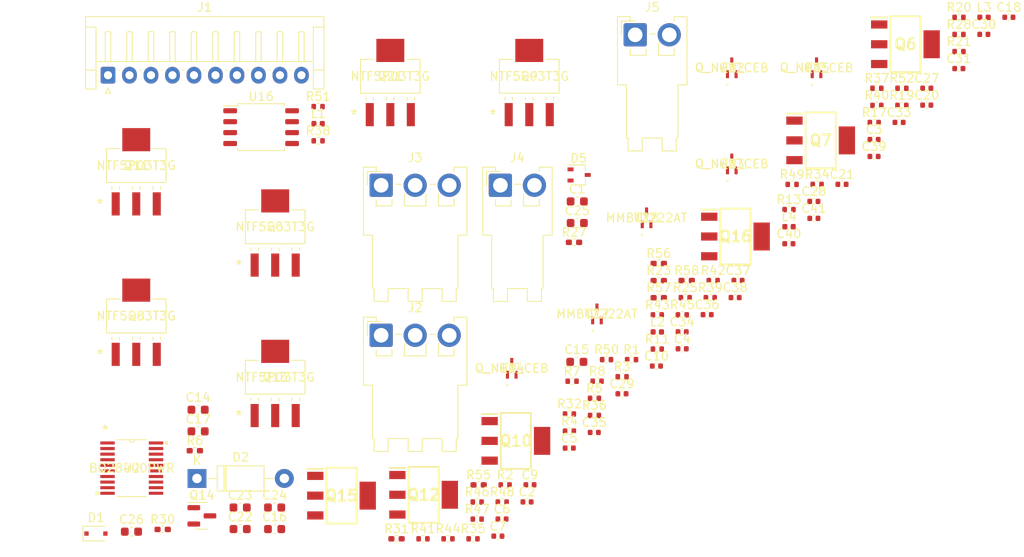
<source format=kicad_pcb>
(kicad_pcb (version 20211014) (generator pcbnew)
  (layers (0 "F.Cu" signal) (1 "In1.Cu" signal) (2 "In2.Cu" signal) (31 "B.Cu" signal) (34 "B.Paste" user) (35 "F.Paste" user) (36 "B.SilkS" user "B.Silkscreen") (37 "F.SilkS" user "F.Silkscreen") (38 "B.Mask" user) (39 "F.Mask" user) (44 "Edge.Cuts" user))
  (net 0 "")
  (net 1 "Net-(C1-Pad1)")
  (net 2 "GND")
  (net 3 "Net-(C2-Pad1)")
  (net 4 "Net-(C2-Pad2)")
  (net 5 "Net-(C3-Pad1)")
  (net 6 "Net-(C4-Pad1)")
  (net 7 "Net-(C6-Pad1)")
  (net 8 "Net-(C7-Pad1)")
  (net 9 "Net-(C7-Pad2)")
  (net 10 "Net-(C9-Pad1)")
  (net 11 "Net-(C10-Pad1)")
  (net 12 "+3V3")
  (net 13 "inhibit_out")
  (net 14 "Net-(C18-Pad1)")
  (net 15 "Net-(C18-Pad2)")
  (net 16 "Net-(C20-Pad1)")
  (net 17 "Net-(C21-Pad1)")
  (net 18 "Net-(C22-Pad1)")
  (net 19 "Net-(C22-Pad2)")
  (net 20 "+5V")
  (net 21 "Net-(C24-Pad1)")
  (net 22 "VCHG")
  (net 23 "/XIN")
  (net 24 "Net-(C28-Pad1)")
  (net 25 "+1V1")
  (net 26 "+3.3V")
  (net 27 "Net-(D1-Pad1)")
  (net 28 "VBatt")
  (net 29 "Net-(D2-Pad1)")
  (net 30 "VSolar")
  (net 32 "RBF")
  (net 33 "F4")
  (net 34 "F3")
  (net 35 "F2")
  (net 36 "F1")
  (net 37 "Heat Pad")
  (net 38 "Net-(J2-Pad3)")
  (net 39 "Burn WIre")
  (net 40 "Net-(J3-Pad3)")
  (net 41 "/SWD")
  (net 42 "/SWCLK")
  (net 43 "/~{USB_BOOT}")
  (net 44 "Net-(IC4-Pad8)")
  (net 45 "Net-(Q12-Pad2)")
  (net 50 "Net-(Q11-Pad2)")
  (net 58 "Net-(IC4-Pad14)")
  (net 61 "BurnRelay2")
  (net 62 "Net-(D3-Pad2)")
  (net 63 "BurnRelay1")
  (net 64 "Net-(D4-Pad2)")
  (net 66 "Net-(IC6-Pad7)")
  (net 67 "Net-(Q22-Pad3)")
  (net 68 "Net-(Q24-Pad3)")
  (net 69 "Net-(Q25-Pad3)")
  (net 70 "/Batt2+")
  (net 71 "VBatt_SENSE")
  (net 72 "Net-(IC4-Pad16)")
  (net 73 "Net-(R7-Pad2)")
  (net 74 "/Batt1+")
  (net 75 "Net-(R8-Pad2)")
  (net 76 "Net-(IC4-Pad6)")
  (net 77 "Net-(IC4-Pad11)")
  (net 78 "Net-(IC4-Pad10)")
  (net 79 "Net-(IC4-Pad13)")
  (net 80 "Net-(IC4-Pad15)")
  (net 81 "Net-(IC6-Pad2)")
  (net 82 "Net-(IC6-Pad6)")
  (net 83 "VBUS_RESET")
  (net 84 "EN_Burn1")
  (net 85 "EN_Burn2")
  (net 86 "Net-(Q19-Pad1)")
  (net 87 "Net-(Q20-Pad1)")
  (net 88 "Net-(K2-Pad2)")
  (net 89 "Net-(Q19-Pad3)")
  (net 90 "Net-(K1-Pad2)")
  (net 91 "Net-(Q20-Pad3)")
  (net 92 "/XOUT")
  (net 93 "/QSPI_SS")
  (net 94 "/USB_D+")
  (net 95 "Net-(R56-Pad2)")
  (net 96 "/USB_D-")
  (net 97 "Net-(R57-Pad2)")
  (net 99 "/Batt1-")
  (net 102 "SCL_I2C_1")
  (net 108 "/QSPI_SD1")
  (net 109 "/QSPI_SD2")
  (net 110 "/QSPI_SD0")
  (net 111 "/QSPI_SCLK")
  (net 112 "/QSPI_SD3")
  (footprint "Capacitor_SMD:C_0402_1005Metric" (layer "F.Cu") (at 94.35 57.595)
    (fp_text reference "C34" (at 0 -1.16) (layer "F.SilkS"))
    (fp_text value "1u")
    (pad "1" smd roundrect (at -0.48 0) (size 0.56 0.62) (layers "F.Cu" "F.Paste" "F.Mask") (net 26 "+3.3V"))
    (pad "2" smd roundrect (at 0.48 0) (size 0.56 0.62) (layers "F.Cu" "F.Paste" "F.Mask") (net 2 "GND"))
  )
  (footprint "Resistor_SMD:R_0402_1005Metric_Pad0.72x0.64mm_HandSolder" (layer "F.Cu") (at 33.93 80.575)
    (fp_text reference "R30" (at 0 -1.17) (layer "F.SilkS"))
    (fp_text value "100k")
    (pad "1" smd roundrect (at -0.5975 0) (size 0.715 0.64) (layers "F.Cu" "F.Paste" "F.Mask") (net 35 "F2"))
    (pad "2" smd roundrect (at 0.5975 0) (size 0.715 0.64) (layers "F.Cu" "F.Paste" "F.Mask") (net 2 "GND"))
  )
  (footprint "Resistor_SMD:R_0402_1005Metric" (layer "F.Cu") (at 91.46 59.595)
    (fp_text reference "R11" (at 0 -1.17) (layer "F.SilkS"))
    (fp_text value "715k")
    (pad "1" smd roundrect (at -0.51 0) (size 0.54 0.64) (layers "F.Cu" "F.Paste" "F.Mask") (net 1 "Net-(C1-Pad1)"))
    (pad "2" smd roundrect (at 0.51 0) (size 0.54 0.64) (layers "F.Cu" "F.Paste" "F.Mask") (net 76 "Net-(IC4-Pad6)"))
  )
  (footprint "Capacitor_SMD:C_0603_1608Metric" (layer "F.Cu") (at 82.15 42.425)
    (fp_text reference "C1" (at 0 -1.43) (layer "F.SilkS"))
    (fp_text value "10uF")
    (pad "1" smd roundrect (at -0.775 0) (size 0.9 0.95) (layers "F.Cu" "F.Paste" "F.Mask") (net 1 "Net-(C1-Pad1)"))
    (pad "2" smd roundrect (at 0.775 0) (size 0.9 0.95) (layers "F.Cu" "F.Paste" "F.Mask") (net 2 "GND"))
  )
  (footprint "Resistor_SMD:R_0402_1005Metric" (layer "F.Cu") (at 91.46 55.615)
    (fp_text reference "R43" (at 0 -1.17) (layer "F.SilkS"))
    (fp_text value "10k")
    (pad "1" smd roundrect (at -0.51 0) (size 0.54 0.64) (layers "F.Cu" "F.Paste" "F.Mask") (net 61 "BurnRelay2"))
    (pad "2" smd roundrect (at 0.51 0) (size 0.54 0.64) (layers "F.Cu" "F.Paste" "F.Mask") (net 2 "GND"))
  )
  (footprint "Resistor_SMD:R_0402_1005Metric" (layer "F.Cu") (at 87.37 62.815)
    (fp_text reference "R3" (at 0 -1.17) (layer "F.SilkS"))
    (fp_text value "1k")
    (pad "1" smd roundrect (at -0.51 0) (size 0.54 0.64) (layers "F.Cu" "F.Paste" "F.Mask") (net 13 "inhibit_out"))
    (pad "2" smd roundrect (at 0.51 0) (size 0.54 0.64) (layers "F.Cu" "F.Paste" "F.Mask") (net 28 "VBatt"))
  )
  (footprint "Resistor_SMD:R_0402_1005Metric" (layer "F.Cu") (at 73.76 75.395)
    (fp_text reference "R2" (at 0 -1.17) (layer "F.SilkS"))
    (fp_text value "0.1")
    (pad "1" smd roundrect (at -0.51 0) (size 0.54 0.64) (layers "F.Cu" "F.Paste" "F.Mask") (net 71 "VBatt_SENSE"))
    (pad "2" smd roundrect (at 0.51 0) (size 0.54 0.64) (layers "F.Cu" "F.Paste" "F.Mask") (net 28 "VBatt"))
  )
  (footprint "Connector_JST:JST_VH_S2P-VH_1x02_P3.96mm_Horizontal" (layer "F.Cu") (at 73.21 40.545)
    (fp_text reference "J4" (at 1.98 -3.2) (layer "F.SilkS"))
    (fp_text value "Conn_01x02")
    (pad "1" thru_hole roundrect (at 0 0) (size 2.7 2.7) (drill 1.7) (layers *.Cu *.Mask) (roundrect_rratio 0.092593) (net 41 "/SWD"))
    (pad "2" thru_hole circle (at 3.96 0) (size 2.7 2.7) (drill 1.7) (layers *.Cu *.Mask) (net 42 "/SWCLK"))
  )
  (footprint "Resistor_SMD:R_0402_1005Metric" (layer "F.Cu") (at 70.51 79.375)
    (fp_text reference "R47" (at 0 -1.17) (layer "F.SilkS"))
    (fp_text value "10k")
    (pad "1" smd roundrect (at -0.51 0) (size 0.54 0.64) (layers "F.Cu" "F.Paste" "F.Mask") (net 85 "EN_Burn2"))
    (pad "2" smd roundrect (at 0.51 0) (size 0.54 0.64) (layers "F.Cu" "F.Paste" "F.Mask") (net 2 "GND"))
  )
  (footprint "Resistor_SMD:R_0402_1005Metric" (layer "F.Cu") (at 84.15 65.325)
    (fp_text reference "R5" (at 0 -1.17) (layer "F.SilkS"))
    (fp_text value "536k")
    (pad "1" smd roundrect (at -0.51 0) (size 0.54 0.64) (layers "F.Cu" "F.Paste" "F.Mask") (net 1 "Net-(C1-Pad1)"))
    (pad "2" smd roundrect (at 0.51 0) (size 0.54 0.64) (layers "F.Cu" "F.Paste" "F.Mask") (net 72 "Net-(IC4-Pad16)"))
  )
  (footprint "Capacitor_SMD:C_0402_1005Metric" (layer "F.Cu") (at 129.44 22.995)
    (fp_text reference "C30" (at 0 -1.16) (layer "F.SilkS"))
    (fp_text value "100n")
    (pad "1" smd roundrect (at -0.48 0) (size 0.56 0.62) (layers "F.Cu" "F.Paste" "F.Mask") (net 25 "+1V1"))
    (pad "2" smd roundrect (at 0.48 0) (size 0.56 0.62) (layers "F.Cu" "F.Paste" "F.Mask") (net 2 "GND"))
  )
  (footprint "Capacitor_SMD:C_0402_1005Metric" (layer "F.Cu") (at 109.67 44.395)
    (fp_text reference "C41" (at 0 -1.16) (layer "F.SilkS"))
    (fp_text value "100n")
    (pad "1" smd roundrect (at -0.48 0) (size 0.56 0.62) (layers "F.Cu" "F.Paste" "F.Mask") (net 26 "+3.3V"))
    (pad "2" smd roundrect (at 0.48 0) (size 0.56 0.62) (layers "F.Cu" "F.Paste" "F.Mask") (net 2 "GND"))
  )
  (footprint "Resistor_SMD:R_0402_1005Metric_Pad0.72x0.64mm_HandSolder" (layer "F.Cu") (at 61.13 81.665)
    (fp_text reference "R31" (at 0 -1.17) (layer "F.SilkS"))
    (fp_text value "100k")
    (pad "1" smd roundrect (at -0.5975 0) (size 0.715 0.64) (layers "F.Cu" "F.Paste" "F.Mask") (net 33 "F4"))
    (pad "2" smd roundrect (at 0.5975 0) (size 0.715 0.64) (layers "F.Cu" "F.Paste" "F.Mask") (net 2 "GND"))
  )
  (footprint "Resistor_SMD:R_0402_1005Metric" (layer "F.Cu") (at 64.21 81.665)
    (fp_text reference "R41" (at 0 -1.17) (layer "F.SilkS"))
    (fp_text value "10k")
    (pad "1" smd roundrect (at -0.51 0) (size 0.54 0.64) (layers "F.Cu" "F.Paste" "F.Mask") (net 28 "VBatt"))
    (pad "2" smd roundrect (at 0.51 0) (size 0.54 0.64) (layers "F.Cu" "F.Paste" "F.Mask") (net 19 "Net-(C22-Pad2)"))
  )
  (footprint "Resistor_SMD:R_0402_1005Metric" (layer "F.Cu") (at 126.55 21.015)
    (fp_text reference "R20" (at 0 -1.17) (layer "F.SilkS"))
    (fp_text value "3.01k")
    (pad "1" smd roundrect (at -0.51 0) (size 0.54 0.64) (layers "F.Cu" "F.Paste" "F.Mask") (net 79 "Net-(IC4-Pad13)"))
    (pad "2" smd roundrect (at 0.51 0) (size 0.54 0.64) (layers "F.Cu" "F.Paste" "F.Mask") (net 2 "GND"))
  )
  (footprint "Resistor_SMD:R_0402_1005Metric" (layer "F.Cu") (at 117 31.255)
    (fp_text reference "R40" (at 0 -1.17) (layer "F.SilkS"))
    (fp_text value "20k")
    (pad "1" smd roundrect (at -0.51 0) (size 0.54 0.64) (layers "F.Cu" "F.Paste" "F.Mask") (net 18 "Net-(C22-Pad1)"))
    (pad "2" smd roundrect (at 0.51 0) (size 0.54 0.64) (layers "F.Cu" "F.Paste" "F.Mask") (net 28 "VBatt"))
  )
  (footprint "NTF5P03T3G:NTF5P03T3G" (layer "F.Cu") (at 47.0161 45.3725)
    (fp_text reference "Q5" (at 0 0) (layer "F.SilkS"))
    (fp_text value "NTF5P03T3G" (at 0 0) (layer "F.SilkS"))
    (fp_text user "*" (at -4.2164 4.4577) (layer "F.SilkS"))
    (fp_text user "*" (at -4.2164 4.4577) (layer "F.SilkS"))
    (pad "1" smd rect locked (at -2.3876 4.4577) (size 0.9398 2.6924) (layers "F.Cu" "F.Paste" "F.Mask") (net 32 "RBF"))
    (pad "2" smd rect locked (at 0 4.4577) (size 0.9398 2.6924) (layers "F.Cu" "F.Paste" "F.Mask") (net 45 "Net-(Q12-Pad2)"))
    (pad "3" smd rect locked (at 2.3876 4.4577) (size 0.9398 2.6924) (layers "F.Cu" "F.Paste" "F.Mask") (net 33 "F4"))
    (pad "4" smd rect locked (at 0 -3.0099) (size 3.2512 2.6924) (layers "F.Cu" "F.Paste" "F.Mask"))
  )
  (footprint "Resistor_SMD:R_0402_1005Metric_Pad0.72x0.64mm_HandSolder" (layer "F.Cu") (at 91.63 53.625)
    (fp_text reference "R57" (at 0 -1.17) (layer "F.SilkS"))
    (fp_text value "27")
    (pad "1" smd roundrect (at -0.5975 0) (size 0.715 0.64) (layers "F.Cu" "F.Paste" "F.Mask") (net 96 "/USB_D-"))
    (pad "2" smd roundrect (at 0.5975 0) (size 0.715 0.64) (layers "F.Cu" "F.Paste" "F.Mask") (net 97 "Net-(R57-Pad2)"))
  )
  (footprint "Resistor_SMD:R_0402_1005Metric" (layer "F.Cu") (at 126.55 24.995)
    (fp_text reference "R21" (at 0 -1.17) (layer "F.SilkS"))
    (fp_text value "2.1M")
    (pad "1" smd roundrect (at -0.51 0) (size 0.54 0.64) (layers "F.Cu" "F.Paste" "F.Mask") (net 78 "Net-(IC4-Pad10)"))
    (pad "2" smd roundrect (at 0.51 0) (size 0.54 0.64) (layers "F.Cu" "F.Paste" "F.Mask") (net 11 "Net-(C10-Pad1)"))
  )
  (footprint "Capacitor_SMD:C_0402_1005Metric" (layer "F.Cu") (at 81.22 71.115)
    (fp_text reference "C5" (at 0 -1.16) (layer "F.SilkS"))
    (fp_text value ".1u")
    (pad "1" smd roundrect (at -0.48 0) (size 0.56 0.62) (layers "F.Cu" "F.Paste" "F.Mask") (net 6 "Net-(C4-Pad1)"))
    (pad "2" smd roundrect (at 0.48 0) (size 0.56 0.62) (layers "F.Cu" "F.Paste" "F.Mask") (net 5 "Net-(C3-Pad1)"))
  )
  (footprint "Resistor_SMD:R_0402_1005Metric" (layer "F.Cu") (at 85.56 60.825)
    (fp_text reference "R50" (at 0 -1.17) (layer "F.SilkS"))
    (fp_text value "100k")
    (pad "1" smd roundrect (at -0.51 0) (size 0.54 0.64) (layers "F.Cu" "F.Paste" "F.Mask") (net 88 "Net-(K2-Pad2)"))
    (pad "2" smd roundrect (at 0.51 0) (size 0.54 0.64) (layers "F.Cu" "F.Paste" "F.Mask") (net 89 "Net-(Q19-Pad3)"))
  )
  (footprint "NTF5P03T3G:NTF5P03T3G" (layer "F.Cu") (at 30.8561 38.2525)
    (fp_text reference "Q11" (at 0 0) (layer "F.SilkS"))
    (fp_text value "NTF5P03T3G" (at 0 0) (layer "F.SilkS"))
    (fp_text user "*" (at -4.2164 4.4577) (layer "F.SilkS"))
    (fp_text user "*" (at -4.2164 4.4577) (layer "F.SilkS"))
    (pad "1" smd rect locked (at -2.3876 4.4577) (size 0.9398 2.6924) (layers "F.Cu" "F.Paste" "F.Mask") (net 35 "F2"))
    (pad "2" smd rect locked (at 0 4.4577) (size 0.9398 2.6924) (layers "F.Cu" "F.Paste" "F.Mask") (net 50 "Net-(Q11-Pad2)"))
    (pad "3" smd rect locked (at 2.3876 4.4577) (size 0.9398 2.6924) (layers "F.Cu" "F.Paste" "F.Mask") (net 28 "VBatt"))
    (pad "4" smd rect locked (at 0 -3.0099) (size 3.2512 2.6924) (layers "F.Cu" "F.Paste" "F.Mask"))
  )
  (footprint "Inductor_SMD:L_0402_1005Metric" (layer "F.Cu") (at 106.78 45.365)
    (fp_text reference "L4" (at 0 -1.17) (layer "F.SilkS"))
    (fp_text value "330u")
    (pad "1" smd roundrect (at -0.485 0) (size 0.59 0.64) (layers "F.Cu" "F.Paste" "F.Mask") (net 21 "Net-(C24-Pad1)"))
    (pad "2" smd roundrect (at 0.485 0) (size 0.59 0.64) (layers "F.Cu" "F.Paste" "F.Mask") (net 29 "Net-(D2-Pad1)"))
  )
  (footprint "IRLL024NTRPBF:SOT230P700X180-4N" (layer "F.Cu") (at 64.28 76.545)
    (fp_text reference "Q12" (at 0 0) (layer "F.SilkS") (effects (font (size 1.27 1.27) (thickness 0.254))))
    (fp_text value "IRLL024NTRPBF" hide)
    (pad "1" smd rect locked (at -3.05 -2.3 90) (size 0.95 1.9) (layers "F.Cu" "F.Paste" "F.Mask") (net 35 "F2"))
    (pad "2" smd rect locked (at -3.05 0 90) (size 0.95 1.9) (layers "F.Cu" "F.Paste" "F.Mask") (net 45 "Net-(Q12-Pad2)"))
    (pad "3" smd rect locked (at -3.05 2.3 90) (size 0.95 1.9) (layers "F.Cu" "F.Paste" "F.Mask") (net 33 "F4"))
    (pad "4" smd rect locked (at 3.05 0) (size 1.9 3.25) (layers "F.Cu" "F.Paste" "F.Mask"))
  )
  (footprint "MMBT2222AT:MMBT2222ATT1G" (layer "F.Cu") (at 100.1215 38.0619)
    (fp_text reference "Q23" (at 0 0) (layer "F.SilkS"))
    (fp_text value "Q_NPN_CEB" (at 0 0) (layer "F.SilkS"))
    (fp_text user "*" (at 0 0) (layer "F.SilkS"))
    (pad "1" smd rect locked (at -0.499999 0.7493) (size 0.3556 0.9144) (layers "F.Cu" "F.Paste" "F.Mask") (net 67 "Net-(Q22-Pad3)"))
    (pad "2" smd rect locked (at 0.499999 0.7493) (size 0.3556 0.9144) (layers "F.Cu" "F.Paste" "F.Mask") (net 2 "GND"))
    (pad "3" smd rect locked (at 0 -0.7493) (size 0.3556 0.9144) (layers "F.Cu" "F.Paste" "F.Mask") (net 18 "Net-(C22-Pad1)"))
  )
  (footprint "Resistor_SMD:R_0402_1005Metric" (layer "F.Cu") (at 67.12 81.665)
    (fp_text reference "R44" (at 0 -1.17) (layer "F.SilkS"))
    (fp_text value "107k")
    (pad "1" smd roundrect (at -0.51 0) (size 0.54 0.64) (layers "F.Cu" "F.Paste" "F.Mask") (net 22 "VCHG"))
    (pad "2" smd roundrect (at 0.51 0) (size 0.54 0.64) (layers "F.Cu" "F.Paste" "F.Mask") (net 58 "Net-(IC4-Pad14)"))
  )
  (footprint "Capacitor_SMD:C_0402_1005Metric" (layer "F.Cu") (at 106.76 47.345)
    (fp_text reference "C40" (at 0 -1.16) (layer "F.SilkS"))
    (fp_text value "100n")
    (pad "1" smd roundrect (at -0.48 0) (size 0.56 0.62) (layers "F.Cu" "F.Paste" "F.Mask") (net 26 "+3.3V"))
    (pad "2" smd roundrect (at 0.48 0) (size 0.56 0.62) (layers "F.Cu" "F.Paste" "F.Mask") (net 2 "GND"))
  )
  (footprint "Resistor_SMD:R_0402_1005Metric" (layer "F.Cu") (at 52.01 35.375)
    (fp_text reference "R38" (at 0 -1.17) (layer "F.SilkS"))
    (fp_text value "10k")
    (pad "1" smd roundrect (at -0.51 0) (size 0.54 0.64) (layers "F.Cu" "F.Paste" "F.Mask") (net 28 "VBatt"))
    (pad "2" smd roundrect (at 0.51 0) (size 0.54 0.64) (layers "F.Cu" "F.Paste" "F.Mask") (net 67 "Net-(Q22-Pad3)"))
  )
  (footprint "Resistor_SMD:R_0402_1005Metric" (layer "F.Cu") (at 52.01 31.395)
    (fp_text reference "R51" (at 0 -1.17) (layer "F.SilkS"))
    (fp_text value "100k")
    (pad "1" smd roundrect (at -0.51 0) (size 0.54 0.64) (layers "F.Cu" "F.Paste" "F.Mask") (net 90 "Net-(K1-Pad2)"))
    (pad "2" smd roundrect (at 0.51 0) (size 0.54 0.64) (layers "F.Cu" "F.Paste" "F.Mask") (net 91 "Net-(Q20-Pad3)"))
  )
  (footprint "Inductor_SMD:L_0402_1005Metric" (layer "F.Cu") (at 52.01 33.385)
    (fp_text reference "L1" (at 0 -1.17) (layer "F.SilkS"))
    (fp_text value "33u")
    (pad "1" smd roundrect (at -0.485 0) (size 0.59 0.64) (layers "F.Cu" "F.Paste" "F.Mask") (net 44 "Net-(IC4-Pad8)"))
    (pad "2" smd roundrect (at 0.485 0) (size 0.59 0.64) (layers "F.Cu" "F.Paste" "F.Mask") (net 4 "Net-(C2-Pad2)"))
  )
  (footprint "NTF5P03T3G:NTF5P03T3G" (layer "F.Cu") (at 47.0161 62.8725)
    (fp_text reference "Q13" (at 0 0) (layer "F.SilkS"))
    (fp_text value "NTF5P03T3G" (at 0 0) (layer "F.SilkS"))
    (fp_text user "*" (at -4.2164 4.4577) (layer "F.SilkS"))
    (fp_text user "*" (at -4.2164 4.4577) (layer "F.SilkS"))
    (pad "1" smd rect locked (at -2.3876 4.4577) (size 0.9398 2.6924) (layers "F.Cu" "F.Paste" "F.Mask") (net 33 "F4"))
    (pad "2" smd rect locked (at 0 4.4577) (size 0.9398 2.6924) (layers "F.Cu" "F.Paste" "F.Mask") (net 33 "F4"))
    (pad "3" smd rect locked (at 2.3876 4.4577) (size 0.9398 2.6924) (layers "F.Cu" "F.Paste" "F.Mask") (net 50 "Net-(Q11-Pad2)"))
    (pad "4" smd rect locked (at 0 -3.0099) (size 3.2512 2.6924) (layers "F.Cu" "F.Paste" "F.Mask"))
  )
  (footprint "Resistor_SMD:R_0402_1005Metric" (layer "F.Cu") (at 88.47 60.825)
    (fp_text reference "R1" (at 0 -1.17) (layer "F.SilkS"))
    (fp_text value "100")
    (pad "1" smd roundrect (at -0.51 0) (size 0.54 0.64) (layers "F.Cu" "F.Paste" "F.Mask") (net 70 "/Batt2+"))
    (pad "2" smd roundrect (at 0.51 0) (size 0.54 0.64) (layers "F.Cu" "F.Paste" "F.Mask") (net 5 "Net-(C3-Pad1)"))
  )
  (footprint "Capacitor_SMD:C_0402_1005Metric" (layer "F.Cu") (at 87.35 64.795)
    (fp_text reference "C29" (at 0 -1.16) (layer "F.SilkS"))
    (fp_text value "100n")
    (pad "1" smd roundrect (at -0.48 0) (size 0.56 0.62) (layers "F.Cu" "F.Paste" "F.Mask") (net 25 "+1V1"))
    (pad "2" smd roundrect (at 0.48 0) (size 0.56 0.62) (layers "F.Cu" "F.Paste" "F.Mask") (net 2 "GND"))
  )
  (footprint "Package_TO_SOT_SMD:SOT-23" (layer "F.Cu") (at 38.49 78.995)
    (fp_text reference "Q14" (at 0 -2.4) (layer "F.SilkS"))
    (fp_text value "Si2319CDS")
    (pad "1" smd roundrect (at -0.9375 -0.95) (size 1.475 0.6) (layers "F.Cu" "F.Paste" "F.Mask") (net 58 "Net-(IC4-Pad14)"))
    (pad "2" smd roundrect (at -0.9375 0.95) (size 1.475 0.6) (layers "F.Cu" "F.Paste" "F.Mask") (net 22 "VCHG"))
    (pad "3" smd roundrect (at 0.9375 0) (size 1.475 0.6) (layers "F.Cu" "F.Paste" "F.Mask") (net 11 "Net-(C10-Pad1)"))
  )
  (footprint "IRLL024NTRPBF:SOT230P700X180-4N" (layer "F.Cu") (at 54.73 76.645)
    (fp_text reference "Q15" (at 0 0) (layer "F.SilkS") (effects (font (size 1.27 1.27) (thickness 0.254))))
    (fp_text value "IRLL024NTRPBF" hide)
    (pad "1" smd rect locked (at -3.05 -2.3 90) (size 0.95 1.9) (layers "F.Cu" "F.Paste" "F.Mask") (net 32 "RBF"))
    (pad "2" smd rect locked (at -3.05 0 90) (size 0.95 1.9) (layers "F.Cu" "F.Paste" "F.Mask") (net 45 "Net-(Q12-Pad2)"))
    (pad "3" smd rect locked (at -3.05 2.3 90) (size 0.95 1.9) (layers "F.Cu" "F.Paste" "F.Mask") (net 2 "GND"))
    (pad "4" smd rect locked (at 3.05 0) (size 1.9 3.25) (layers "F.Cu" "F.Paste" "F.Mask"))
  )
  (footprint "Capacitor_SMD:C_0603_1608Metric" (layer "F.Cu") (at 38.05 69.165)
    (fp_text reference "C17" (at 0 -1.43) (layer "F.SilkS"))
    (fp_text value "10u")
    (pad "1" smd roundrect (at -0.775 0) (size 0.9 0.95) (layers "F.Cu" "F.Paste" "F.Mask") (net 13 "inhibit_out"))
    (pad "2" smd roundrect (at 0.775 0) (size 0.9 0.95) (layers "F.Cu" "F.Paste" "F.Mask") (net 2 "GND"))
  )
  (footprint "Capacitor_SMD:C_0402_1005Metric" (layer "F.Cu") (at 76.65 75.385)
    (fp_text reference "C9" (at 0 -1.16) (layer "F.SilkS"))
    (fp_text value "3.3n")
    (pad "1" smd roundrect (at -0.48 0) (size 0.56 0.62) (layers "F.Cu" "F.Paste" "F.Mask") (net 10 "Net-(C9-Pad1)"))
    (pad "2" smd roundrect (at 0.48 0) (size 0.56 0.62) (layers "F.Cu" "F.Paste" "F.Mask") (net 2 "GND"))
  )
  (footprint "Resistor_SMD:R_0402_1005Metric" (layer "F.Cu") (at 94.71 53.615)
    (fp_text reference "R25" (at 0 -1.17) (layer "F.SilkS"))
    (fp_text value "107k")
    (pad "1" smd roundrect (at -0.51 0) (size 0.54 0.64) (layers "F.Cu" "F.Paste" "F.Mask") (net 8 "Net-(C7-Pad1)"))
    (pad "2" smd roundrect (at 0.51 0) (size 0.54 0.64) (layers "F.Cu" "F.Paste" "F.Mask") (net 72 "Net-(IC4-Pad16)"))
  )
  (footprint "Package_TO_SOT_SMD:SOT-323_SC-70" (layer "F.Cu") (at 82.37 39.345)
    (fp_text reference "D5" (at -0.05 -1.95) (layer "F.SilkS"))
    (fp_text value "BAT54W")
    (pad "1" smd rect (at -1 -0.65 270) (size 0.45 0.7) (layers "F.Cu" "F.Paste" "F.Mask") (net 30 "VSolar"))
    (pad "2" smd rect (at -1 0.65 270) (size 0.45 0.7) (layers "F.Cu" "F.Paste" "F.Mask"))
    (pad "3" smd rect (at 1 0 270) (size 0.45 0.7) (layers "F.Cu" "F.Paste" "F.Mask") (net 1 "Net-(C1-Pad1)"))
  )
  (footprint "Resistor_SMD:R_0402_1005Metric_Pad0.72x0.64mm_HandSolder" (layer "F.Cu") (at 81.77 47.185)
    (fp_text reference "R27" (at 0 -1.17) (layer "F.SilkS"))
    (fp_text value "100k")
    (pad "1" smd roundrect (at -0.5975 0) (size 0.715 0.64) (layers "F.Cu" "F.Paste" "F.Mask") (net 36 "F1"))
    (pad "2" smd roundrect (at 0.5975 0) (size 0.715 0.64) (layers "F.Cu" "F.Paste" "F.Mask") (net 2 "GND"))
  )
  (footprint "IRLL024NTRPBF:SOT230P700X180-4N" (layer "F.Cu") (at 100.55 46.505)
    (fp_text reference "Q16" (at 0 0) (layer "F.SilkS") (effects (font (size 1.27 1.27) (thickness 0.254))))
    (fp_text value "IRLL024NTRPBF" hide)
    (pad "1" smd rect locked (at -3.05 -2.3 90) (size 0.95 1.9) (layers "F.Cu" "F.Paste" "F.Mask") (net 45 "Net-(Q12-Pad2)"))
    (pad "2" smd rect locked (at -3.05 0 90) (size 0.95 1.9) (layers "F.Cu" "F.Paste" "F.Mask") (net 13 "inhibit_out"))
    (pad "3" smd rect locked (at -3.05 2.3 90) (size 0.95 1.9) (layers "F.Cu" "F.Paste" "F.Mask") (net 2 "GND"))
    (pad "4" smd rect locked (at 3.05 0) (size 1.9 3.25) (layers "F.Cu" "F.Paste" "F.Mask"))
  )
  (footprint "Resistor_SMD:R_0402_1005Metric" (layer "F.Cu") (at 97.62 53.615)
    (fp_text reference "R39" (at 0 -1.17) (layer "F.SilkS"))
    (fp_text value "20k")
    (pad "1" smd roundrect (at -0.51 0) (size 0.54 0.64) (layers "F.Cu" "F.Paste" "F.Mask") (net 67 "Net-(Q22-Pad3)"))
    (pad "2" smd roundrect (at 0.51 0) (size 0.54 0.64) (layers "F.Cu" "F.Paste" "F.Mask") (net 68 "Net-(Q24-Pad3)"))
  )
  (footprint "Capacitor_SMD:C_0402_1005Metric" (layer "F.Cu") (at 84.13 69.295)
    (fp_text reference "C35" (at 0 -1.16) (layer "F.SilkS"))
    (fp_text value "100n")
    (pad "1" smd roundrect (at -0.48 0) (size 0.56 0.62) (layers "F.Cu" "F.Paste" "F.Mask") (net 26 "+3.3V"))
    (pad "2" smd roundrect (at 0.48 0) (size 0.56 0.62) (layers "F.Cu" "F.Paste" "F.Mask") (net 2 "GND"))
  )
  (footprint "Resistor_SMD:R_0402_1005Metric" (layer "F.Cu") (at 119.91 31.255)
    (fp_text reference "R19" (at 0 -1.17) (layer "F.SilkS"))
    (fp_text value "845k")
    (pad "1" smd roundrect (at -0.51 0) (size 0.54 0.64) (layers "F.Cu" "F.Paste" "F.Mask") (net 77 "Net-(IC4-Pad11)"))
    (pad "2" smd roundrect (at 0.51 0) (size 0.54 0.64) (layers "F.Cu" "F.Paste" "F.Mask") (net 78 "Net-(IC4-Pad10)"))
  )
  (footprint "Diode_SMD:D_SOD-323F" (layer "F.Cu") (at 26.17 81.055)
    (fp_text reference "D1" (at 0 -1.85) (layer "F.SilkS"))
    (fp_text value "1SS355VM")
    (pad "1" smd rect (at -1.1 0) (size 0.5 0.5) (layers "F.Cu" "F.Paste" "F.Mask") (net 27 "Net-(D1-Pad1)"))
    (pad "2" smd rect (at 1.1 0) (size 0.5 0.5) (layers "F.Cu" "F.Paste" "F.Mask") (net 28 "VBatt"))
  )
  (footprint "Capacitor_SMD:C_0603_1608Metric" (layer "F.Cu") (at 42.94 78.025)
    (fp_text reference "C23" (at 0 -1.43) (layer "F.SilkS"))
    (fp_text value "100u")
    (pad "1" smd roundrect (at -0.775 0) (size 0.9 0.95) (layers "F.Cu" "F.Paste" "F.Mask") (net 20 "+5V"))
    (pad "2" smd roundrect (at 0.775 0) (size 0.9 0.95) (layers "F.Cu" "F.Paste" "F.Mask") (net 2 "GND"))
  )
  (footprint "Connector_JST:JST_EH_S10B-EH_1x10_P2.50mm_Horizontal" (layer "F.Cu") (at 27.57 27.745)
    (fp_text reference "J1" (at 11.25 -7.9) (layer "F.SilkS"))
    (fp_text value "Conn_01x10")
    (pad "1" thru_hole roundrect (at 0 0) (size 1.7 1.95) (drill 0.95) (layers *.Cu *.Mask) (roundrect_rratio 0.147059) (net 28 "VBatt"))
    (pad "2" thru_hole oval (at 2.5 0) (size 1.7 1.95) (drill 0.95) (layers *.Cu *.Mask) (net 32 "RBF"))
    (pad "3" thru_hole oval (at 5 0) (size 1.7 1.95) (drill 0.95) (layers *.Cu *.Mask) (net 28 "VBatt"))
    (pad "4" thru_hole oval (at 7.5 0) (size 1.7 1.95) (drill 0.95) (layers *.Cu *.Mask) (net 33 "F4"))
    (pad "5" thru_hole oval (at 10 0) (size 1.7 1.95) (drill 0.95) (layers *.Cu *.Mask) (net 28 "VBatt"))
    (pad "6" thru_hole oval (at 12.5 0) (size 1.7 1.95) (drill 0.95) (layers *.Cu *.Mask) (net 34 "F3"))
    (pad "7" thru_hole oval (at 15 0) (size 1.7 1.95) (drill 0.95) (layers *.Cu *.Mask) (net 28 "VBatt"))
    (pad "8" thru_hole oval (at 17.5 0) (size 1.7 1.95) (drill 0.95) (layers *.Cu *.Mask) (net 35 "F2"))
    (pad "9" thru_hole oval (at 20 0) (size 1.7 1.95) (drill 0.95) (layers *.Cu *.Mask) (net 28 "VBatt"))
    (pad "10" thru_hole oval (at 22.5 0) (size 1.7 1.95) (drill 0.95) (layers *.Cu *.Mask) (net 36 "F1"))
  )
  (footprint "Capacitor_SMD:C_0402_1005Metric" (layer "F.Cu") (at 94.35 59.565)
    (fp_text reference "C4" (at 0 -1.16) (layer "F.SilkS"))
    (fp_text value ".1u")
    (pad "1" smd roundrect (at -0.48 0) (size 0.56 0.62) (layers "F.Cu" "F.Paste" "F.Mask") (net 6 "Net-(C4-Pad1)"))
    (pad "2" smd roundrect (at 0.48 0) (size 0.56 0.62) (layers "F.Cu" "F.Paste" "F.Mask") (net 2 "GND"))
  )
  (footprint "Resistor_SMD:R_0402_1005Metric" (layer "F.Cu") (at 116.69 33.245)
    (fp_text reference "R17" (at 0 -1.17) (layer "F.SilkS"))
    (fp_text value "10k")
    (pad "1" smd roundrect (at -0.51 0) (size 0.54 0.64) (layers "F.Cu" "F.Paste" "F.Mask") (net 2 "GND"))
    (pad "2" smd roundrect (at 0.51 0) (size 0.54 0.64) (layers "F.Cu" "F.Paste" "F.Mask") (net 8 "Net-(C7-Pad1)"))
  )
  (footprint "Capacitor_SMD:C_0402_1005Metric" (layer "F.Cu") (at 100.85 51.615)
    (fp_text reference "C37" (at 0 -1.16) (layer "F.SilkS"))
    (fp_text value "100n")
    (pad "1" smd roundrect (at -0.48 0) (size 0.56 0.62) (layers "F.Cu" "F.Paste" "F.Mask") (net 26 "+3.3V"))
    (pad "2" smd roundrect (at 0.48 0) (size 0.56 0.62) (layers "F.Cu" "F.Paste" "F.Mask") (net 2 "GND"))
  )
  (footprint "MMBT2222AT:MMBT2222ATT1G" (layer "F.Cu") (at 109.9815 26.8819)
    (fp_text reference "Q25" (at 0 0) (layer "F.SilkS"))
    (fp_text value "Q_NPN_CEB" (at 0 0) (layer "F.SilkS"))
    (fp_text user "*" (at 0 0) (layer "F.SilkS"))
    (pad "1" smd rect locked (at -0.499999 0.7493) (size 0.3556 0.9144) (layers "F.Cu" "F.Paste" "F.Mask") (net 19 "Net-(C22-Pad2)"))
    (pad "2" smd rect locked (at 0.499999 0.7493) (size 0.3556 0.9144) (layers "F.Cu" "F.Paste" "F.Mask") (net 2 "GND"))
    (pad "3" smd rect locked (at 0 -0.7493) (size 0.3556 0.9144) (layers "F.Cu" "F.Paste" "F.Mask") (net 69 "Net-(Q25-Pad3)"))
  )
  (footprint "Resistor_SMD:R_0402_1005Metric" (layer "F.Cu") (at 81.55 63.335)
    (fp_text reference "R7" (at 0 -1.17) (layer "F.SilkS"))
    (fp_text value "1k")
    (pad "1" smd roundrect (at -0.51 0) (size 0.54 0.64) (layers "F.Cu" "F.Paste" "F.Mask") (net 70 "/Batt2+"))
    (pad "2" smd roundrect (at 0.51 0) (size 0.54 0.64) (layers "F.Cu" "F.Paste" "F.Mask") (net 73 "Net-(R7-Pad2)"))
  )
  (footprint "Resistor_SMD:R_0402_1005Metric" (layer "F.Cu") (at 73.42 77.385)
    (fp_text reference "R48" (at 0 -1.17) (layer "F.SilkS"))
    (fp_text value "4.7k")
    (pad "1" smd roundrect (at -0.51 0) (size 0.54 0.64) (layers "F.Cu" "F.Paste" "F.Mask") (net 84 "EN_Burn1"))
    (pad "2" smd roundrect (at 0.51 0) (size 0.54 0.64) (layers "F.Cu" "F.Paste" "F.Mask") (net 86 "Net-(Q19-Pad1)"))
  )
  (footprint "Connector_JST:JST_VH_S3P-VH_1x03_P3.96mm_Horizontal" (layer "F.Cu") (at 59.34 57.995)
    (fp_text reference "J2" (at 3.96 -3.2) (layer "F.SilkS"))
    (fp_text value "Conn_01x03")
    (pad "1" thru_hole roundrect (at 0 0) (size 2.7 2.7) (drill 1.7) (layers *.Cu *.Mask) (roundrect_rratio 0.092593) (net 2 "GND"))
    (pad "2" thru_hole circle (at 3.96 0) (size 2.7 2.7) (drill 1.7) (layers *.Cu *.Mask) (net 37 "Heat Pad"))
    (pad "3" thru_hole circle (at 7.92 0) (size 2.7 2.7) (drill 1.7) (layers *.Cu *.Mask) (net 38 "Net-(J2-Pad3)"))
  )
  (footprint "Capacitor_SMD:C_0603_1608Metric" (layer "F.Cu") (at 46.95 80.535)
    (fp_text reference "C16" (at 0 -1.43) (layer "F.SilkS"))
    (fp_text value "22u")
    (pad "1" smd roundrect (at -0.775 0) (size 0.9 0.95) (layers "F.Cu" "F.Paste" "F.Mask") (net 2 "GND"))
    (pad "2" smd roundrect (at 0.775 0) (size 0.9 0.95) (layers "F.Cu" "F.Paste" "F.Mask") (net 12 "+3V3"))
  )
  (footprint "Capacitor_SMD:C_0402_1005Metric" (layer "F.Cu") (at 76.31 77.375)
    (fp_text reference "C2" (at 0 -1.16) (layer "F.SilkS"))
    (fp_text value "22nF")
    (pad "1" smd roundrect (at -0.48 0) (size 0.56 0.62) (layers "F.Cu" "F.Paste" "F.Mask") (net 3 "Net-(C2-Pad1)"))
    (pad "2" smd roundrect (at 0.48 0) (size 0.56 0.62) (layers "F.Cu" "F.Paste" "F.Mask") (net 4 "Net-(C2-Pad2)"))
  )
  (footprint "Resistor_SMD:R_0402_1005Metric_Pad0.72x0.64mm_HandSolder" (layer "F.Cu") (at 70.68 75.395)
    (fp_text reference "R55" (at 0 -1.17) (layer "F.SilkS"))
    (fp_text value "1k")
    (pad "1" smd roundrect (at -0.5975 0) (size 0.715 0.64) (layers "F.Cu" "F.Paste" "F.Mask") (net 93 "/QSPI_SS"))
    (pad "2" smd roundrect (at 0.5975 0) (size 0.715 0.64) (layers "F.Cu" "F.Paste" "F.Mask") (net 43 "/~{USB_BOOT}"))
  )
  (footprint "Capacitor_SMD:C_0603_1608Metric" (layer "F.Cu") (at 46.95 78.025)
    (fp_text reference "C24" (at 0 -1.43) (layer "F.SilkS"))
    (fp_text value "330u")
    (pad "1" smd roundrect (at -0.775 0) (size 0.9 0.95) (layers "F.Cu" "F.Paste" "F.Mask") (net 21 "Net-(C24-Pad1)"))
    (pad "2" smd roundrect (at 0.775 0) (size 0.9 0.95) (layers "F.Cu" "F.Paste" "F.Mask") (net 2 "GND"))
  )
  (footprint "Resistor_SMD:R_0402_1005Metric_Pad0.72x0.64mm_HandSolder" (layer "F.Cu") (at 94.88 51.625)
    (fp_text reference "R58" (at 0 -1.17) (layer "F.SilkS"))
    (fp_text value "DNF")
    (pad "1" smd roundrect (at -0.5975 0) (size 0.715 0.64) (layers "F.Cu" "F.Paste" "F.Mask") (net 12 "+3V3"))
    (pad "2" smd roundrect (at 0.5975 0) (size 0.715 0.64) (layers "F.Cu" "F.Paste" "F.Mask") (net 93 "/QSPI_SS"))
  )
  (footprint "Resistor_SMD:R_0402_1005Metric" (layer "F.Cu") (at 110.05 40.445)
    (fp_text reference "R34" (at 0 -1.17) (layer "F.SilkS"))
    (fp_text value "73.2k")
    (pad "1" smd roundrect (at -0.51 0) (size 0.54 0.64) (layers "F.Cu" "F.Paste" "F.Mask") (net 12 "+3V3"))
    (pad "2" smd roundrect (at 0.51 0) (size 0.54 0.64) (layers "F.Cu" "F.Paste" "F.Mask") (net 81 "Net-(IC6-Pad2)"))
  )
  (footprint "Capacitor_SMD:C_0603_1608Metric" (layer "F.Cu") (at 42.94 80.535)
    (fp_text reference "C22" (at 0 -1.43) (layer "F.SilkS"))
    (fp_text value "10u")
    (pad "1" smd roundrect (at -0.775 0) (size 0.9 0.95) (layers "F.Cu" "F.Paste" "F.Mask") (net 18 "Net-(C22-Pad1)"))
    (pad "2" smd roundrect (at 0.775 0) (size 0.9 0.95) (layers "F.Cu" "F.Paste" "F.Mask") (net 19 "Net-(C22-Pad2)"))
  )
  (footprint "Resistor_SMD:R_0402_1005Metric" (layer "F.Cu") (at 84.15 67.315)
    (fp_text reference "R36" (at 0 -1.17) (layer "F.SilkS"))
    (fp_text value "100k")
    (pad "1" smd roundrect (at -0.51 0) (size 0.54 0.64) (layers "F.Cu" "F.Paste" "F.Mask") (net 82 "Net-(IC6-Pad6)"))
    (pad "2" smd roundrect (at 0.51 0) (size 0.54 0.64) (layers "F.Cu" "F.Paste" "F.Mask") (net 17 "Net-(C21-Pad1)"))
  )
  (footprint "Capacitor_SMD:C_0402_1005Metric" (layer "F.Cu") (at 112.94 40.435)
    (fp_text reference "C21" (at 0 -1.16) (layer "F.SilkS"))
    (fp_text value "1u")
    (pad "1" smd roundrect (at -0.48 0) (size 0.56 0.62) (layers "F.Cu" "F.Paste" "F.Mask") (net 17 "Net-(C21-Pad1)"))
    (pad "2" smd roundrect (at 0.48 0) (size 0.56 0.62) (layers "F.Cu" "F.Paste" "F.Mask") (net 2 "GND"))
  )
  (footprint "Package_SO:SOIC-8_5.23x5.23mm_P1.27mm" (layer "F.Cu") (at 45.38 33.785)
    (fp_text reference "U16" (at 0 -3.56) (layer "F.SilkS"))
    (fp_text value "W25Q128JVS")
    (pad "1" smd roundrect (at -3.6 -1.905) (size 1.6 0.6) (layers "F.Cu" "F.Paste" "F.Mask") (net 93 "/QSPI_SS"))
    (pad "2" smd roundrect (at -3.6 -0.635) (size 1.6 0.6) (layers "F.Cu" "F.Paste" "F.Mask") (net 108 "/QSPI_SD1"))
    (pad "3" smd roundrect (at -3.6 0.635) (size 1.6 0.6) (layers "F.Cu" "F.Paste" "F.Mask") (net 109 "/QSPI_SD2"))
    (pad "4" smd roundrect (at -3.6 1.905) (size 1.6 0.6) (layers "F.Cu" "F.Paste" "F.Mask") (net 2 "GND"))
    (pad "5" smd roundrect (at 3.6 1.905) (size 1.6 0.6) (layers "F.Cu" "F.Paste" "F.Mask") (net 110 "/QSPI_SD0"))
    (pad "6" smd roundrect (at 3.6 0.635) (size 1.6 0.6) (layers "F.Cu" "F.Paste" "F.Mask") (net 111 "/QSPI_SCLK"))
    (pad "7" smd roundrect (at 3.6 -0.635) (size 1.6 0.6) (layers "F.Cu" "F.Paste" "F.Mask") (net 112 "/QSPI_SD3"))
    (pad "8" smd roundrect (at 3.6 -1.905) (size 1.6 0.6) (layers "F.Cu" "F.Paste" "F.Mask") (net 12 "+3V3"))
  )
  (footprint "Connector_JST:JST_VH_S2P-VH_1x02_P3.96mm_Horizontal" (layer "F.Cu") (at 88.89 23.045)
    (fp_text reference "J5" (at 1.98 -3.2) (layer "F.SilkS"))
    (fp_text value "Conn_01x02")
    (pad "1" thru_hole roundrect (at 0 0) (size 2.7 2.7) (drill 1.7) (layers *.Cu *.Mask) (roundrect_rratio 0.092593) (net 43 "/~{USB_BOOT}"))
    (pad "2" thru_hole circle (at 3.96 0) (size 2.7 2.7) (drill 1.7) (layers *.Cu *.Mask) (net 2 "GND"))
  )
  (footprint "Capacitor_SMD:C_0402_1005Metric" (layer "F.Cu") (at 72.92 81.355)
    (fp_text reference "C7" (at 0 -1.16) (layer "F.SilkS"))
    (fp_text value "2.2uF")
    (pad "1" smd roundrect (at -0.48 0) (size 0.56 0.62) (layers "F.Cu" "F.Paste" "F.Mask") (net 8 "Net-(C7-Pad1)"))
    (pad "2" smd roundrect (at 0.48 0) (size 0.56 0.62) (layers "F.Cu" "F.Paste" "F.Mask") (net 9 "Net-(C7-Pad2)"))
  )
  (footprint "Capacitor_SMD:C_0603_1608Metric" (layer "F.Cu") (at 82.1 61.085)
    (fp_text reference "C15" (at 0 -1.43) (layer "F.SilkS"))
    (fp_text value "10u")
    (pad "1" smd roundrect (at -0.775 0) (size 0.9 0.95) (layers "F.Cu" "F.Paste" "F.Mask") (net 13 "inhibit_out"))
    (pad "2" smd roundrect (at 0.775 0) (size 0.9 0.95) (layers "F.Cu" "F.Paste" "F.Mask") (net 2 "GND"))
  )
  (footprint "MMBT2222AT:MMBT2222ATT1G" (layer "F.Cu") (at 74.5315 61.8319)
    (fp_text reference "Q24" (at 0 0) (layer "F.SilkS"))
    (fp_text value "Q_NPN_CEB" (at 0 0) (layer "F.SilkS"))
    (fp_text user "*" (at 0 0) (layer "F.SilkS"))
    (pad "1" smd rect locked (at -0.499999 0.7493) (size 0.3556 0.9144) (layers "F.Cu" "F.Paste" "F.Mask") (net 19 "Net-(C22-Pad2)"))
    (pad "2" smd rect locked (at 0.499999 0.7493) (size 0.3556 0.9144) (layers "F.Cu" "F.Paste" "F.Mask") (net 2 "GND"))
    (pad "3" smd rect locked (at 0 -0.7493) (size 0.3556 0.9144) (layers "F.Cu" "F.Paste" "F.Mask") (net 68 "Net-(Q24-Pad3)"))
  )
  (footprint "Resistor_SMD:R_0402_1005Metric" (layer "F.Cu") (at 106.78 43.375)
    (fp_text reference "R13" (at 0 -1.17) (layer "F.SilkS"))
    (fp_text value "102k")
    (pad "1" smd roundrect (at -0.51 0) (size 0.54 0.64) (layers "F.Cu" "F.Paste" "F.Mask") (net 76 "Net-(IC4-Pad6)"))
    (pad "2" smd roundrect (at 0.51 0) (size 0.54 0.64) (layers "F.Cu" "F.Paste" "F.Mask") (net 2 "GND"))
  )
  (footprint "Capacitor_SMD:C_0402_1005Metric" (layer "F.Cu") (at 97.26 55.595)
    (fp_text reference "C36" (at 0 -1.16) (layer "F.SilkS"))
    (fp_text value "100n")
    (pad "1" smd roundrect (at -0.48 0) (size 0.56 0.62) (layers "F.Cu" "F.Paste" "F.Mask") (net 26 "+3.3V"))
    (pad "2" smd roundrect (at 0.48 0) (size 0.56 0.62) (layers "F.Cu" "F.Paste" "F.Mask") (net 2 "GND"))
  )
  (footprint "Capacitor_SMD:C_0603_1608Metric" (layer "F.Cu") (at 82.15 44.935)
    (fp_text reference "C25" (at 0 -1.43) (layer "F.SilkS"))
    (fp_text value "100uF")
    (pad "1" smd roundrect (at -0.775 0) (size 0.9 0.95) (layers "F.Cu" "F.Paste" "F.Mask") (net 13 "inhibit_out"))
    (pad "2" smd roundrect (at 0.775 0) (size 0.9 0.95) (layers "F.Cu" "F.Paste" "F.Mask") (net 2 "GND"))
  )
  (footprint "MMBT2222AT:MMBT2222ATT1G" (layer "F.Cu") (at 90.2115 44.3319)
    (fp_text reference "Q18" (at 0 0) (layer "F.SilkS"))
    (fp_text value "MMBT2222AT" (at 0 0) (layer "F.SilkS"))
    (fp_text user "*" (at 0 0) (layer "F.SilkS"))
    (pad "1" smd rect locked (at -0.499999 0.7493) (size 0.3556 0.9144) (layers "F.Cu" "F.Paste" "F.Mask") (net 63 "BurnRelay1"))
    (pad "2" smd rect locked (at 0.499999 0.7493) (size 0.3556 0.9144) (layers "F.Cu" "F.Paste" "F.Mask") (net 2 "GND"))
    (pad "3" smd rect locked (at 0 -0.7493) (size 0.3556 0.9144) (layers "F.Cu" "F.Paste" "F.Mask") (net 64 "Net-(D4-Pad2)"))
  )
  (footprint "MMBT2222AT:MMBT2222ATT1G" (layer "F.Cu") (at 100.1215 26.8819)
    (fp_text reference "Q22" (at 0 0) (layer "F.SilkS"))
    (fp_text value "Q_NPN_CEB" (at 0 0) (layer "F.SilkS"))
    (fp_text user "*" (at 0 0) (layer "F.SilkS"))
    (pad "1" smd rect locked (at -0.499999 0.7493) (size 0.3556 0.9144) (layers "F.Cu" "F.Paste" "F.Mask") (net 66 "Net-(IC6-Pad7)"))
    (pad "2" smd rect locked (at 0.499999 0.7493) (size 0.3556 0.9144) (layers "F.Cu" "F.Paste" "F.Mask") (net 2 "GND"))
    (pad "3" smd rect locked (at 0 -0.7493) (size 0.3556 0.9144) (layers "F.Cu" "F.Paste" "F.Mask") (net 67 "Net-(Q22-Pad3)"))
  )
  (footprint "IRLL024NTRPBF:SOT230P700X180-4N" (layer "F.Cu") (at 120.32 24.145)
    (fp_text reference "Q6" (at 0 0) (layer "F.SilkS") (effects (font (size 1.27 1.27) (thickness 0.254))))
    (fp_text value "IRLL024NTRPBF" hide)
    (pad "1" smd rect locked (at -3.05 -2.3 90) (size 0.95 1.9) (layers "F.Cu" "F.Paste" "F.Mask") (net 36 "F1"))
    (pad "2" smd rect locked (at -3.05 0 90) (size 0.95 1.9) (layers "F.Cu" "F.Paste" "F.Mask") (net 45 "Net-(Q12-Pad2)"))
    (pad "3" smd rect locked (at -3.05 2.3 90) (size 0.95 1.9) (layers "F.Cu" "F.Paste" "F.Mask") (net 34 "F3"))
    (pad "4" smd rect locked (at 3.05 0) (size 1.9 3.25) (layers "F.Cu" "F.Paste" "F.Mask"))
  )
  (footprint "Capacitor_SMD:C_0603_1608Metric" (layer "F.Cu") (at 38.05 66.655)
    (fp_text reference "C14" (at 0 -1.43) (layer "F.SilkS"))
    (fp_text value "22u")
    (pad "1" smd roundrect (at -0.775 0) (size 0.9 0.95) (layers "F.Cu" "F.Paste" "F.Mask") (net 2 "GND"))
    (pad "2" smd roundrect (at 0.775 0) (size 0.9 0.95) (layers "F.Cu" "F.Paste" "F.Mask") (net 12 "+3V3"))
  )
  (footprint "IRLL024NTRPBF:SOT230P700X180-4N" (layer "F.Cu") (at 75.01 70.275)
    (fp_text reference "Q10" (at 0 0) (layer "F.SilkS") (effects (font (size 1.27 1.27) (thickness 0.254))))
    (fp_text value "IRLL024NTRPBF" hide)
    (pad "1" smd rect locked (at -3.05 -2.3 90) (size 0.95 1.9) (layers "F.Cu" "F.Paste" "F.Mask") (net 33 "F4"))
    (pad "2" smd rect locked (at -3.05 0 90) (size 0.95 1.9) (layers "F.Cu" "F.Paste" "F.Mask"))
    (pad "3" smd rect locked (at -3.05 2.3 90) (size 0.95 1.9) (layers "F.Cu" "F.Paste" "F.Mask") (net 2 "GND"))
    (pad "4" smd rect locked (at 3.05 0) (size 1.9 3.25) (layers "F.Cu" "F.Paste" "F.Mask"))
  )
  (footprint "Resistor_SMD:R_0402_1005Metric" (layer "F.Cu") (at 70.03 81.665)
    (fp_text reference "R35" (at 0 -1.17) (layer "F.SilkS"))
    (fp_text value "22.1k")
    (pad "1" smd roundrect (at -0.51 0) (size 0.54 0.64) (layers "F.Cu" "F.Paste" "F.Mask") (net 81 "Net-(IC6-Pad2)"))
    (pad "2" smd roundrect (at 0.51 0) (size 0.54 0.64) (layers "F.Cu" "F.Paste" "F.Mask") (net 2 "GND"))
  )
  (footprint "Resistor_SMD:R_0402_1005Metric" (layer "F.Cu") (at 107.14 40.445)
    (fp_text reference "R49" (at 0 -1.17) (layer "F.SilkS"))
    (fp_text value "4.7k")
    (pad "1" smd roundrect (at -0.51 0) (size 0.54 0.64) (layers "F.Cu" "F.Paste" "F.Mask") (net 85 "EN_Burn2"))
    (pad "2" smd roundrect (at 0.51 0) (size 0.54 0.64) (layers "F.Cu" "F.Paste" "F.Mask") (net 87 "Net-(Q20-Pad1)"))
  )
  (footprint "Connector_JST:JST_VH_S3P-VH_1x03_P3.96mm_Horizontal" (layer "F.Cu") (at 59.34 40.545)
    (fp_text reference "J3" (at 3.96 -3.2) (layer "F.SilkS"))
    (fp_text value "Conn_01x03")
    (pad "1" thru_hole roundrect (at 0 0) (size 2.7 2.7) (drill 1.7) (layers *.Cu *.Mask) (roundrect_rratio 0.092593) (net 2 "GND"))
    (pad "2" thru_hole circle (at 3.96 0) (size 2.7 2.7) (drill 1.7) (layers *.Cu *.Mask) (net 39 "Burn WIre"))
    (pad "3" thru_hole circle (at 7.92 0) (size 2.7 2.7) (drill 1.7) (layers *.Cu *.Mask) (net 40 "Net-(J3-Pad3)"))
  )
  (footprint "BQ28400PWR:BQ28400PWR" (layer "F.Cu") (at 30.3354 73.443)
    (fp_text reference "U2" (at 0 0) (layer "F.SilkS"))
    (fp_text value "BQ28400PWR" (at 0 0) (layer "F.SilkS"))
    (fp_text user "*" (at -3.0734 -4.423601) (layer "F.SilkS"))
    (fp_text user "*" (at -3.0734 -4.423601) (layer "F.SilkS"))
    (pad "1" smd rect locked (at -2.8194 -2.925) (size 1.6764 0.3556) (layers "F.Cu" "F.Paste" "F.Mask"))
    (pad "2" smd rect locked (at -2.8194 -2.274999) (size 1.6764 0.3556) (layers "F.Cu" "F.Paste" "F.Mask") (net 28 "VBatt"))
    (pad "3" smd rect locked (at -2.8194 -1.625001) (size 1.6764 0.3556) (layers "F.Cu" "F.Paste" "F.Mask") (net 73 "Net-(R7-Pad2)"))
    (pad "4" smd rect locked (at -2.8194 -0.974999) (size 1.6764 0.3556) (layers "F.Cu" "F.Paste" "F.Mask") (net 75 "Net-(R8-Pad2)"))
    (pad "5" smd rect locked (at -2.8194 -0.325001) (size 1.6764 0.3556) (layers "F.Cu" "F.Paste" "F.Mask") (net 99 "/Batt1-"))
    (pad "6" smd rect locked (at -2.8194 0.324998) (size 1.6764 0.3556) (layers "F.Cu" "F.Paste" "F.Mask") (net 5 "Net-(C3-Pad1)"))
    (pad "7" smd rect locked (at -2.8194 0.974999) (size 1.6764 0.3556) (layers "F.Cu" "F.Paste" "F.Mask") (net 6 "Net-(C4-Pad1)"))
    (pad "8" smd rect locked (at -2.8194 1.624998) (size 1.6764 0.3556) (layers "F.Cu" "F.Paste" "F.Mask"))
    (pad "9" smd rect locked (at -2.8194 2.274999) (size 1.6764 0.3556) (layers "F.Cu" "F.Paste" "F.Mask"))
    (pad "10" smd rect locked (at -2.8194 2.924998) (size 1.6764 0.3556) (layers "F.Cu" "F.Paste" "F.Mask") (net 102 "SCL_I2C_1"))
    (pad "11" smd rect locked (at 2.8194 2.925) (size 1.6764 0.3556) (layers "F.Cu" "F.Paste" "F.Mask"))
    (pad "12" smd rect locked (at 2.8194 2.275002) (size 1.6764 0.3556) (layers "F.Cu" "F.Paste" "F.Mask") (net 102 "SCL_I2C_1"))
    (pad "13" smd rect locked (at 2.8194 1.625001) (size 1.6764 0.3556) (layers "F.Cu" "F.Paste" "F.Mask"))
    (pad "14" smd rect locked (at 2.8194 0.975002) (size 1.6764 0.3556) (layers "F.Cu" "F.Paste" "F.Mask") (net 7 "Net-(C6-Pad1)"))
    (pad "15" smd rect locked (at 2.8194 0.325001) (size 1.6764 0.3556) (layers "F.Cu" "F.Paste" "F.Mask") (net 2 "GND"))
    (pad "16" smd rect locked (at 2.8194 -0.324998) (size 1.6764 0.3556) (layers "F.Cu" "F.Paste" "F.Mask"))
    (pad "17" smd rect locked (at 2.8194 -0.974999) (size 1.6764 0.3556) (layers "F.Cu" "F.Paste" "F.Mask"))
    (pad "18" smd rect locked (at 2.8194 -1.624998) (size 1.6764 0.3556) (layers "F.Cu" "F.Paste" "F.Mask"))
    (pad "19" smd rect locked (at 2.8194 -2.274999) (size 1.6764 0.3556) (layers "F.Cu" "F.Paste" "F.Mask") (net 22 "VCHG"))
    (pad "20" smd rect locked (at 2.8194 -2.924998) (size 1.6764 0.3556) (layers "F.Cu" "F.Paste" "F.Mask") (net 27 "Net-(D1-Pad1)"))
  )
  (footprint "Resistor_SMD:R_0402_1005Metric" (layer "F.Cu") (at 117 29.265)
    (fp_text reference "R37" (at 0 -1.17) (layer "F.SilkS"))
    (fp_text value "10k")
    (pad "1" smd roundrect (at -0.51 0) (size 0.54 0.64) (layers "F.Cu" "F.Paste" "F.Mask") (net 28 "VBatt"))
    (pad "2" smd roundrect (at 0.51 0) (size 0.54 0.64) (layers "F.Cu" "F.Paste" "F.Mask") (net 66 "Net-(IC6-Pad7)"))
  )
  (footprint "Capacitor_SMD:C_0402_1005Metric" (layer "F.Cu") (at 109.67 42.425)
    (fp_text reference "C28" (at 0 -1.16) (layer "F.SilkS"))
    (fp_text value "27p")
    (pad "1" smd roundrect (at -0.48 0) (size 0.56 0.62) (layers "F.Cu" "F.Paste" "F.Mask") (net 24 "Net-(C28-Pad1)"))
    (pad "2" smd roundrect (at 0.48 0) (size 0.56 0.62) (layers "F.Cu" "F.Paste" "F.Mask") (net 2 "GND"))
  )
  (footprint "Capacitor_SMD:C_0603_1608Metric" (layer "F.Cu") (at 30.3 80.835)
    (fp_text reference "C26" (at 0 -1.43) (layer "F.SilkS"))
    (fp_text value "22u")
    (pad "1" smd roundrect (at -0.775 0) (size 0.9 0.95) (layers "F.Cu" "F.Paste" "F.Mask") (net 22 "VCHG"))
    (pad "2" smd roundrect (at 0.775 0) (size 0.9 0.95) (layers "F.Cu" "F.Paste" "F.Mask") (net 2 "GND"))
  )
  (footprint "Capacitor_SMD:C_0402_1005Metric" (layer "F.Cu") (at 122.8 31.225)
    (fp_text reference "C20" (at 0 -1.16) (layer "F.SilkS"))
    (fp_text value "3.3n")
    (pad "1" smd roundrect (at -0.48 0) (size 0.56 0.62) (layers "F.Cu" "F.Paste" "F.Mask") (net 16 "Net-(C20-Pad1)"))
    (pad "2" smd roundrect (at 0.48 0) (size 0.56 0.62) (layers "F.Cu" "F.Paste" "F.Mask") (net 2 "GND"))
  )
  (footprint "Capacitor_SMD:C_0402_1005Metric" (layer "F.Cu") (at 100.51 53.605)
    (fp_text reference "C38" (at 0 -1.16) (layer "F.SilkS"))
    (fp_text value "100n")
    (pad "1" smd roundrect (at -0.48 0) (size 0.56 0.62) (layers "F.Cu" "F.Paste" "F.Mask") (net 26 "+3.3V"))
    (pad "2" smd roundrect (at 0.48 0) (size 0.56 0.62) (layers "F.Cu" "F.Paste" "F.Mask") (net 2 "GND"))
  )
  (footprint "Resistor_SMD:R_0402_1005Metric" (layer "F.Cu") (at 70.51 77.385)
    (fp_text reference "R46" (at 0 -1.17) (layer "F.SilkS"))
    (fp_text value "10k")
    (pad "1" smd roundrect (at -0.51 0) (size 0.54 0.64) (layers "F.Cu" "F.Paste" "F.Mask") (net 84 "EN_Burn1"))
    (pad "2" smd roundrect (at 0.51 0) (size 0.54 0.64) (layers "F.Cu" "F.Paste" "F.Mask") (net 2 "GND"))
  )
  (footprint "Resistor_SMD:R_0402_1005Metric" (layer "F.Cu") (at 94.37 55.615)
    (fp_text reference "R45" (at 0 -1.17) (layer "F.SilkS"))
    (fp_text value "10k")
    (pad "1" smd roundrect (at -0.51 0) (size 0.54 0.64) (layers "F.Cu" "F.Paste" "F.Mask") (net 63 "BurnRelay1"))
    (pad "2" smd roundrect (at 0.51 0) (size 0.54 0.64) (layers "F.Cu" "F.Paste" "F.Mask") (net 2 "GND"))
  )
  (footprint "Resistor_SMD:R_0402_1005Metric" (layer "F.Cu") (at 97.96 51.625)
    (fp_text reference "R42" (at 0 -1.17) (layer "F.SilkS"))
    (fp_text value "10k")
    (pad "1" smd roundrect (at -0.51 0) (size 0.54 0.64) (layers "F.Cu" "F.Paste" "F.Mask") (net 69 "Net-(Q25-Pad3)"))
    (pad "2" smd roundrect (at 0.51 0) (size 0.54 0.64) (layers "F.Cu" "F.Paste" "F.Mask") (net 83 "VBUS_RESET"))
  )
  (footprint "Capacitor_SMD:C_0402_1005Metric" (layer "F.Cu") (at 116.67 37.195)
    (fp_text reference "C39" (at 0 -1.16) (layer "F.SilkS"))
    (fp_text value "100n")
    (pad "1" smd roundrect (at -0.48 0) (size 0.56 0.62) (layers "F.Cu" "F.Paste" "F.Mask") (net 12 "+3V3"))
    (pad "2" smd roundrect (at 0.48 0) (size 0.56 0.62) (layers "F.Cu" "F.Paste" "F.Mask") (net 2 "GND"))
  )
  (footprint "Resistor_SMD:R_0402_1005Metric" (layer "F.Cu") (at 119.91 29.265)
    (fp_text reference "R52" (at 0 -1.17) (layer "F.SilkS"))
    (fp_text value "1k")
    (pad "1" smd roundrect (at -0.51 0) (size 0.54 0.64) (layers "F.Cu" "F.Paste" "F.Mask") (net 92 "/XOUT"))
    (pad "2" smd roundrect (at 0.51 0) (size 0.54 0.64) (layers "F.Cu" "F.Paste" "F.Mask") (net 24 "Net-(C28-Pad1)"))
  )
  (footprint "Inductor_SMD:L_0402_1005Metric" (layer "F.Cu") (at 129.46 21.015)
    (fp_text reference "L3" (at 0 -1.17) (layer "F.SilkS"))
    (fp_text value "20u")
    (pad "1" smd roundrect (at -0.485 0) (size 0.59 0.64) (layers "F.Cu" "F.Paste" "F.Mask") (net 20 "+5V"))
    (pad "2" smd roundrect (at 0.485 0) (size 0.59 0.64) (layers "F.Cu" "F.Paste" "F.Mask") (net 21 "Net-(C24-Pad1)"))
  )
  (footprint "NTF5P03T3G:NTF5P03T3G" (layer "F.Cu") (at 76.5661 27.8725)
    (fp_text reference "Q9" (at 0 0) (layer "F.SilkS"))
    (fp_text value "NTF5P03T3G" (at 0 0) (layer "F.SilkS"))
    (fp_text user "*" (at -4.2164 4.4577) (layer "F.SilkS"))
    (fp_text user "*" (at -4.2164 4.4577) (layer "F.SilkS"))
    (pad "1" smd rect locked (at -2.3876 4.4577) (size 0.9398 2.6924) (layers "F.Cu" "F.Paste" "F.Mask") (net 36 "F1"))
    (pad "2" smd rect locked (at 0 4.4577) (size 0.9398 2.6924) (layers "F.Cu" "F.Paste" "F.Mask") (net 50 "Net-(Q11-Pad2)"))
    (pad "3" smd rect locked (at 2.3876 4.4577) (size 0.9398 2.6924) (layers "F.Cu" "F.Paste" "F.Mask") (net 28 "VBatt"))
    (pad "4" smd rect locked (at 0 -3.0099) (size 3.2512 2.6924) (layers "F.Cu" "F.Paste" "F.Mask"))
  )
  (footprint "Resistor_SMD:R_0402_1005Metric_Pad0.72x0.64mm_HandSolder" (layer "F.Cu") (at 91.63 49.645)
    (fp_text reference "R56" (at 0 -1.17) (layer "F.SilkS"))
    (fp_text value "27")
    (pad "1" smd roundrect (at -0.5975 0) (size 0.715 0.64) (layers "F.Cu" "F.Paste" "F.Mask") (net 94 "/USB_D+"))
    (pad "2" smd roundrect (at 0.5975 0) (size 0.715 0.64) (layers "F.Cu" "F.Paste" "F.Mask") (net 95 "Net-(R56-Pad2)"))
  )
  (footprint "Capacitor_SMD:C_0402_1005Metric" (layer "F.Cu") (at 116.67 35.225)
    (fp_text reference "C3" (at 0 -1.16) (layer "F.SilkS"))
    (fp_text value ".1u")
    (pad "1" smd roundrect (at -0.48 0) (size 0.56 0.62) (layers "F.Cu" "F.Paste" "F.Mask") (net 5 "Net-(C3-Pad1)"))
    (pad "2" smd roundrect (at 0.48 0) (size 0.56 0.62) (layers "F.Cu" "F.Paste" "F.Mask") (net 2 "GND"))
  )
  (footprint "Resistor_SMD:R_0402_1005Metric_Pad0.72x0.64mm_HandSolder" (layer "F.Cu") (at 91.63 51.635)
    (fp_text reference "R23" (at 0 -1.17) (layer "F.SilkS"))
    (fp_text value "100k")
    (pad "1" smd roundrect (at -0.5975 0) (size 0.715 0.64) (layers "F.Cu" "F.Paste" "F.Mask") (net 34 "F3"))
    (pad "2" smd roundrect (at 0.5975 0) (size 0.715 0.64) (layers "F.Cu" "F.Paste" "F.Mask") (net 2 "GND"))
  )
  (footprint "Capacitor_SMD:C_0402_1005Metric" (layer "F.Cu") (at 119.58 33.235)
    (fp_text reference "C33" (at 0 -1.16) (layer "F.SilkS"))
    (fp_text value "100n")
    (pad "1" smd roundrect (at -0.48 0) (size 0.56 0.62) (layers "F.Cu" "F.Paste" "F.Mask") (net 26 "+3.3V"))
    (pad "2" smd roundrect (at 0.48 0) (size 0.56 0.62) (layers "F.Cu" "F.Paste" "F.Mask") (net 2 "GND"))
  )
  (footprint "MMBT2222AT:MMBT2222ATT1G" (layer "F.Cu") (at 84.4415 55.5119)
    (fp_text reference "Q17" (at 0 0) (layer "F.SilkS"))
    (fp_text value "MMBT2222AT" (at 0 0) (layer "F.SilkS"))
    (fp_text user "*" (at 0 0) (layer "F.SilkS"))
    (pad "1" smd rect locked (at -0.499999 0.7493) (size 0.3556 0.9144) (layers "F.Cu" "F.Paste" "F.Mask") (net 61 "BurnRelay2"))
    (pad "2" smd rect locked (at 0.499999 0.7493) (size 0.3556 0.9144) (layers "F.Cu" "F.Paste" "F.Mask") (net 2 "GND"))
    (pad "3" smd rect locked (at 0 -0.7493) (size 0.3556 0.9144) (layers "F.Cu" "F.Paste" "F.Mask") (net 62 "Net-(D3-Pad2)"))
  )
  (footprint "Resistor_SMD:R_0402_1005Metric_Pad0.72x0.64mm_HandSolder" (layer "F.Cu") (at 37.67 71.415)
    (fp_text reference "R6" (at 0 -1.17) (layer "F.SilkS"))
    (fp_text value "100k")
    (pad "1" smd roundrect (at -0.5975 0) (size 0.715 0.64) (layers "F.Cu" "F.Paste" "F.Mask") (net 32 "RBF"))
    (pad "2" smd roundrect (at 0.5975 0) (size 0.715 0.64) (layers "F.Cu" "F.Paste" "F.Mask") (net 2 "GND"))
  )
  (footprint "Resistor_SMD:R_0402_1005Metric" (layer "F.Cu") (at 81.24 67.145)
    (fp_text reference "R32" (at 0 -1.17) (layer "F.SilkS"))
    (fp_text value "470k")
    (pad "1" smd roundrect (at -0.51 0) (size 0.54 0.64) (layers "F.Cu" "F.Paste" "F.Mask") (net 11 "Net-(C10-Pad1)"))
    (pad "2" smd roundrect (at 0.51 0) (size 0.54 0.64) (layers "F.Cu" "F.Paste" "F.Mask") (net 22 "VCHG"))
  )
  (footprint "Capacitor_SMD:C_0402_1005Metric" (layer "F.Cu") (at 126.53 26.975)
    (fp_text reference "C31" (at 0 -1.16) (layer "F.SilkS"))
    (fp_text value "1u")
    (pad "1" smd roundrect (at -0.48 0) (size 0.56 0.62) (layers "F.Cu" "F.Paste" "F.Mask") (net 25 "+1V1"))
    (pad "2" smd roundrect (at 0.48 0) (size 0.56 0.62) (layers "F.Cu" "F.Paste" "F.Mask") (net 2 "GND"))
  )
  (footprint "Capacitor_SMD:C_0402_1005Metric" (layer "F.Cu") (at 73.4 79.365)
    (fp_text reference "C6" (at 0 -1.16) (layer "F.SilkS"))
    (fp_text value ".1u")
    (pad "1" smd roundrect (at -0.48 0) (size 0.56 0.62) (layers "F.Cu" "F.Paste" "F.Mask") (net 7 "Net-(C6-Pad1)"))
    (pad "2" smd roundrect (at 0.48 0) (size 0.56 0.62) (layers "F.Cu" "F.Paste" "F.Mask") (net 2 "GND"))
  )
  (footprint "Capacitor_SMD:C_0402_1005Metric" (layer "F.Cu") (at 122.8 29.255)
    (fp_text reference "C27" (at 0 -1.16) (layer "F.SilkS"))
    (fp_text value "27p")
    (pad "1" smd roundrect (at -0.48 0) (size 0.56 0.62) (layers "F.Cu" "F.Paste" "F.Mask") (net 23 "/XIN"))
    (pad "2" smd roundrect (at 0.48 0) (size 0.56 0.62) (layers "F.Cu" "F.Paste" "F.Mask") (net 2 "GND"))
  )
  (footprint "Capacitor_SMD:C_0402_1005Metric" (layer "F.Cu") (at 91.36 61.575)
    (fp_text reference "C10" (at 0 -1.16) (layer "F.SilkS"))
    (fp_text value "4.7u")
    (pad "1" smd roundrect (at -0.48 0) (size 0.56 0.62) (layers "F.Cu" "F.Paste" "F.Mask") (net 11 "Net-(C10-Pad1)"))
    (pad "2" smd roundrect (at 0.48 0) (size 0.56 0.62) (layers "F.Cu" "F.Paste" "F.Mask") (net 2 "GND"))
  )
  (footprint "NTF5P03T3G:NTF5P03T3G" (layer "F.Cu") (at 60.4061 27.8725)
    (fp_text reference "Q21" (at 0 0) (layer "F.SilkS"))
    (fp_text value "NTF5P03T3G" (at 0 0) (layer "F.SilkS"))
    (fp_text user "*" (at -4.2164 4.4577) (layer "F.SilkS"))
    (fp_text user "*" (at -4.2164 4.4577) (layer "F.SilkS"))
    (pad "1" smd rect locked (at -2.3876 4.4577) (size 0.9398 2.6924) (layers "F.Cu" "F.Paste" "F.Mask") (net 45 "Net-(Q12-Pad2)"))
    (pad "2" smd rect locked (at 0 4.4577) (size 0.9398 2.6924) (layers "F.Cu" "F.Paste" "F.Mask") (net 13 "inhibit_out"))
    (pad "3" smd rect locked (at 2.3876 4.4577) (size 0.9398 2.6924) (layers "F.Cu" "F.Paste" "F.Mask") (net 28 "VBatt"))
    (pad "4" smd rect locked (at 0 -3.0099) (size 3.2512 2.6924) (layers "F.Cu" "F.Paste" "F.Mask"))
  )
  (footprint "Capacitor_SMD:C_0402_1005Metric" (layer "F.Cu") (at 132.35 21.005)
    (fp_text reference "C18" (at 0 -1.16) (layer "F.SilkS"))
    (fp_text value "0.1u")
    (pad "1" smd roundrect (at -0.48 0) (size 0.56 0.62) (layers "F.Cu" "F.Paste" "F.Mask") (net 14 "Net-(C18-Pad1)"))
    (pad "2" smd roundrect (at 0.48 0) (size 0.56 0.62) (layers "F.Cu" "F.Paste" "F.Mask") (net 15 "Net-(C18-Pad2)"))
  )
  (footprint "IRLL024NTRPBF:SOT230P700X180-4N" (layer "F.Cu") (at 110.46 35.325)
    (fp_text reference "Q7" (at 0 0) (layer "F.SilkS") (effects (font (size 1.27 1.27) (thickness 0.254))))
    (fp_text value "IRLL024NTRPBF" hide)
    (pad "1" smd rect locked (at -3.05 -2.3 90) (size 0.95 1.9) (layers "F.Cu" "F.Paste" "F.Mask") (net 34 "F3"))
    (pad "2" smd rect locked (at -3.05 0 90) (size 0.95 1.9) (layers "F.Cu" "F.Paste" "F.Mask"))
    (pad "3" smd rect locked (at -3.05 2.3 90) (size 0.95 1.9) (layers "F.Cu" "F.Paste" "F.Mask") (net 2 "GND"))
    (pad "4" smd rect locked (at 3.05 0) (size 1.9 3.25) (layers "F.Cu" "F.Paste" "F.Mask"))
  )
  (footprint "Diode_THT:D_DO-41_SOD81_P10.16mm_Horizontal" (layer "F.Cu") (at 37.92 74.645)
    (fp_text reference "D2" (at 5.08 -2.47) (layer "F.SilkS"))
    (fp_text value "1N5819")
    (fp_text user "K" (at 0 -2.1) (layer "F.SilkS"))
    (pad "1" thru_hole rect (at 0 0) (size 2.2 2.2) (drill 1.1) (layers *.Cu *.Mask) (net 29 "Net-(D2-Pad1)"))
    (pad "2" thru_hole oval (at 10.16 0) (size 2.2 2.2) (drill 1.1) (layers *.Cu *.Mask) (net 2 "GND"))
  )
  (footprint "Resistor_SMD:R_0402_1005Metric" (layer "F.Cu") (at 126.55 23.005)
    (fp_text reference "R28" (at 0 -1.17) (layer "F.SilkS"))
    (fp_text value "470k")
    (pad "1" smd roundrect (at -0.51 0) (size 0.54 0.64) (layers "F.Cu" "F.Paste" "F.Mask") (net 1 "Net-(C1-Pad1)"))
    (pad "2" smd roundrect (at 0.51 0) (size 0.54 0.64) (layers "F.Cu" "F.Paste" "F.Mask") (net 80 "Net-(IC4-Pad15)"))
  )
  (footprint "Inductor_SMD:L_0402_1005Metric" (layer "F.Cu") (at 91.46 57.605)
    (fp_text reference "L2" (at 0 -1.17) (layer "F.SilkS"))
    (fp_text value "2.2u")
    (pad "1" smd roundrect (at -0.485 0) (size 0.59 0.64) (layers "F.Cu" "F.Paste" "F.Mask") (net 14 "Net-(C18-Pad1)"))
    (pad "2" smd roundrect (at 0.485 0) (size 0.59 0.64) (layers "F.Cu" "F.Paste" "F.Mask") (net 12 "+3V3"))
  )
  (footprint "NTF5P03T3G:NTF5P03T3G" (layer "F.Cu") (at 30.8561 55.7525)
    (fp_text reference "Q8" (at 0 0) (layer "F.SilkS"))
    (fp_text value "NTF5P03T3G" (at 0 0) (layer "F.SilkS"))
    (fp_text user "*" (at -4.2164 4.4577) (layer "F.SilkS"))
    (fp_text user "*" (at -4.2164 4.4577) (layer "F.SilkS"))
    (pad "1" smd rect locked (at -2.3876 4.4577) (size 0.9398 2.6924) (layers "F.Cu" "F.Paste" "F.Mask") (net 34 "F3"))
    (pad "2" smd rect locked (at 0 4.4577) (size 0.9398 2.6924) (layers "F.Cu" "F.Paste" "F.Mask") (net 33 "F4"))
    (pad "3" smd rect locked (at 2.3876 4.4577) (size 0.9398 2.6924) (layers "F.Cu" "F.Paste" "F.Mask") (net 50 "Net-(Q11-Pad2)"))
    (pad "4" smd rect locked (at 0 -3.0099) (size 3.2512 2.6924) (layers "F.Cu" "F.Paste" "F.Mask"))
  )
  (footprint "Resistor_SMD:R_0402_1005Metric" (layer "F.Cu") (at 81.24 69.135)
    (fp_text reference "R4" (at 0 -1.17) (layer "F.SilkS"))
    (fp_text value "100")
    (pad "1" smd roundrect (at -0.51 0) (size 0.54 0.64) (layers "F.Cu" "F.Paste" "F.Mask") (net 28 "VBatt"))
    (pad "2" smd roundrect (at 0.51 0) (size 0.54 0.64) (layers "F.Cu" "F.Paste" "F.Mask") (net 6 "Net-(C4-Pad1)"))
  )
  (footprint "Resistor_SMD:R_0402_1005Metric" (layer "F.Cu") (at 84.46 63.335)
    (fp_text reference "R8" (at 0 -1.17) (layer "F.SilkS"))
    (fp_text value "1k")
    (pad "1" smd roundrect (at -0.51 0) (size 0.54 0.64) (layers "F.Cu" "F.Paste" "F.Mask") (net 74 "/Batt1+"))
    (pad "2" smd roundrect (at 0.51 0) (size 0.54 0.64) (layers "F.Cu" "F.Paste" "F.Mask") (net 75 "Net-(R8-Pad2)"))
  )
)
</source>
